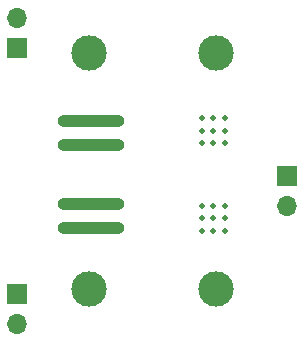
<source format=gbr>
%TF.GenerationSoftware,KiCad,Pcbnew,(6.0.8-1)-1*%
%TF.CreationDate,2023-01-25T17:11:04-08:00*%
%TF.ProjectId,SiPM_breakout,5369504d-5f62-4726-9561-6b6f75742e6b,rev?*%
%TF.SameCoordinates,Original*%
%TF.FileFunction,Soldermask,Top*%
%TF.FilePolarity,Negative*%
%FSLAX46Y46*%
G04 Gerber Fmt 4.6, Leading zero omitted, Abs format (unit mm)*
G04 Created by KiCad (PCBNEW (6.0.8-1)-1) date 2023-01-25 17:11:04*
%MOMM*%
%LPD*%
G01*
G04 APERTURE LIST*
%ADD10C,0.500000*%
%ADD11O,5.700000X1.000000*%
%ADD12C,3.000000*%
%ADD13R,1.700000X1.700000*%
%ADD14O,1.700000X1.700000*%
G04 APERTURE END LIST*
D10*
%TO.C,D1*%
X96000000Y-102655000D03*
X95000000Y-100555000D03*
X97000000Y-100555000D03*
X96000000Y-100555000D03*
X95000000Y-101555000D03*
X97000000Y-101555000D03*
X97000000Y-102655000D03*
X95000000Y-102655000D03*
X96000000Y-101555000D03*
%TD*%
D11*
%TO.C,D4*%
X85600000Y-93400000D03*
X85600000Y-95400000D03*
%TD*%
%TO.C,D3*%
X85600000Y-102400000D03*
X85600000Y-100400000D03*
%TD*%
D10*
%TO.C,D2*%
X96000000Y-95245000D03*
X95000000Y-95245000D03*
X97000000Y-95245000D03*
X96000000Y-93145000D03*
X95000000Y-94245000D03*
X97000000Y-94245000D03*
X95000000Y-93145000D03*
X97000000Y-93145000D03*
X96000000Y-94245000D03*
%TD*%
D12*
%TO.C,H2*%
X85447000Y-107617000D03*
%TD*%
%TO.C,H1*%
X85447000Y-87617000D03*
%TD*%
D13*
%TO.C,J2*%
X79400000Y-87200000D03*
D14*
X79400000Y-84660000D03*
%TD*%
D13*
%TO.C,J1*%
X79400000Y-108000000D03*
D14*
X79400000Y-110540000D03*
%TD*%
D12*
%TO.C,H1*%
X96200000Y-87600000D03*
%TD*%
%TO.C,H2*%
X96200000Y-107600000D03*
%TD*%
D13*
%TO.C,J3*%
X102200000Y-98000000D03*
D14*
X102200000Y-100540000D03*
%TD*%
M02*

</source>
